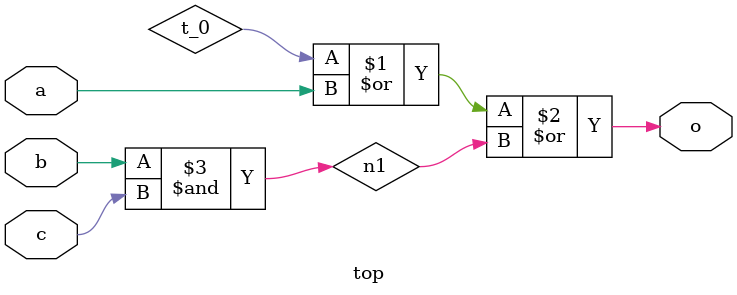
<source format=v>
module top(o, a, b, c);
output o;
input a, b, c;
wire t_0;
or g2(o, t_0, a, n1);
and g1(n1, b, c);
endmodule

</source>
